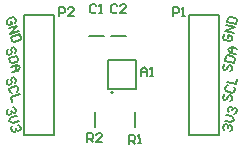
<source format=gto>
G04*
G04 #@! TF.GenerationSoftware,Altium Limited,Altium Designer,19.1.5 (86)*
G04*
G04 Layer_Color=65535*
%FSLAX25Y25*%
%MOIN*%
G70*
G01*
G75*
%ADD10C,0.00787*%
%ADD11C,0.00500*%
D10*
X37244Y19094D02*
G03*
X37244Y19094I-394J0D01*
G01*
X17500Y5000D02*
Y45000D01*
X7500D02*
X17500D01*
X7500Y5000D02*
Y45000D01*
Y5000D02*
X17500D01*
X72500D02*
Y45000D01*
X62500D02*
X72500D01*
X62500Y5000D02*
Y45000D01*
Y5000D02*
X72500D01*
X31154Y7500D02*
Y12500D01*
X29000Y37740D02*
X34000D01*
X36500D02*
X41500D01*
X44346Y7500D02*
Y12500D01*
D11*
X35276Y20197D02*
X44724D01*
X35276D02*
Y29803D01*
X44724D01*
Y20197D02*
Y29803D01*
X57000Y44500D02*
Y47499D01*
X58499D01*
X58999Y46999D01*
Y46000D01*
X58499Y45500D01*
X57000D01*
X59999Y44500D02*
X60999D01*
X60499D01*
Y47499D01*
X59999Y46999D01*
X3914Y14147D02*
X4526Y13793D01*
X4785Y12828D01*
X4431Y12216D01*
X3949Y12086D01*
X3337Y12440D01*
X3207Y12923D01*
X3337Y12440D01*
X2983Y11828D01*
X2500Y11698D01*
X1888Y12052D01*
X1629Y13017D01*
X1983Y13629D01*
X5173Y11379D02*
X3242Y10862D01*
X2535Y9638D01*
X3759Y8931D01*
X5691Y9448D01*
X5466Y8353D02*
X6079Y8000D01*
X6337Y7034D01*
X5984Y6422D01*
X5501Y6293D01*
X4889Y6646D01*
X4760Y7129D01*
X4889Y6646D01*
X4535Y6034D01*
X4053Y5904D01*
X3441Y6258D01*
X3182Y7224D01*
X3535Y7836D01*
X4431Y42216D02*
X4785Y42828D01*
X4526Y43793D01*
X3914Y44147D01*
X1983Y43629D01*
X1629Y43017D01*
X1888Y42052D01*
X2500Y41698D01*
X3466Y41957D01*
X3207Y42922D01*
X2276Y40603D02*
X5173Y41379D01*
X2794Y38672D01*
X5691Y39448D01*
X5949Y38482D02*
X3052Y37706D01*
X3441Y36258D01*
X4053Y35904D01*
X5984Y36422D01*
X6337Y37034D01*
X5949Y38482D01*
X4431Y22216D02*
X4785Y22828D01*
X4526Y23793D01*
X3914Y24147D01*
X3431Y24017D01*
X3078Y23405D01*
X3337Y22440D01*
X2983Y21827D01*
X2500Y21698D01*
X1888Y22052D01*
X1629Y23017D01*
X1983Y23629D01*
X5208Y19319D02*
X5561Y19931D01*
X5302Y20897D01*
X4690Y21250D01*
X2759Y20732D01*
X2406Y20120D01*
X2664Y19155D01*
X3277Y18801D01*
X5949Y18483D02*
X3052Y17706D01*
X3570Y15775D01*
X4431Y32216D02*
X4785Y32828D01*
X4526Y33793D01*
X3914Y34147D01*
X3431Y34018D01*
X3078Y33405D01*
X3337Y32440D01*
X2983Y31828D01*
X2500Y31698D01*
X1888Y32052D01*
X1629Y33017D01*
X1983Y33629D01*
X5173Y31379D02*
X2276Y30603D01*
X2664Y29155D01*
X3277Y28801D01*
X5208Y29319D01*
X5561Y29931D01*
X5173Y31379D01*
X3052Y27706D02*
X4984Y28224D01*
X6208Y27517D01*
X5501Y26293D01*
X3570Y25775D01*
X5018Y26163D01*
X4501Y28094D01*
X74603Y28578D02*
X73991Y28225D01*
X73733Y27259D01*
X74086Y26647D01*
X74569Y26518D01*
X75181Y26871D01*
X75440Y27836D01*
X76052Y28190D01*
X76535Y28061D01*
X76888Y27448D01*
X76629Y26483D01*
X76017Y26129D01*
X74379Y29673D02*
X77276Y28897D01*
X77664Y30345D01*
X77311Y30957D01*
X75380Y31475D01*
X74768Y31122D01*
X74379Y29673D01*
X78052Y31794D02*
X76121Y32311D01*
X75414Y33536D01*
X76639Y34242D01*
X78570Y33725D01*
X77122Y34113D01*
X76604Y32182D01*
X74603Y18578D02*
X73991Y18225D01*
X73733Y17259D01*
X74086Y16647D01*
X74569Y16518D01*
X75181Y16871D01*
X75440Y17837D01*
X76052Y18190D01*
X76535Y18061D01*
X76888Y17448D01*
X76629Y16483D01*
X76017Y16129D01*
X75380Y21475D02*
X74768Y21122D01*
X74509Y20156D01*
X74862Y19544D01*
X76793Y19026D01*
X77406Y19380D01*
X77664Y20345D01*
X77311Y20957D01*
X75156Y22570D02*
X78052Y21794D01*
X78570Y23725D01*
X74603Y38578D02*
X73991Y38225D01*
X73733Y37259D01*
X74086Y36647D01*
X76017Y36129D01*
X76629Y36483D01*
X76888Y37448D01*
X76535Y38061D01*
X75569Y38319D01*
X75310Y37354D01*
X77276Y38897D02*
X74379Y39673D01*
X77794Y40828D01*
X74897Y41604D01*
X75156Y42570D02*
X78052Y41794D01*
X78440Y43242D01*
X78087Y43854D01*
X76156Y44372D01*
X75544Y44018D01*
X75156Y42570D01*
X74086Y6647D02*
X73733Y7259D01*
X73991Y8225D01*
X74603Y8578D01*
X75086Y8449D01*
X75440Y7836D01*
X75310Y7354D01*
X75440Y7836D01*
X76052Y8190D01*
X76535Y8061D01*
X76888Y7448D01*
X76629Y6483D01*
X76017Y6129D01*
X74379Y9673D02*
X76311Y9156D01*
X77535Y9862D01*
X76828Y11087D01*
X74897Y11604D01*
X75638Y12440D02*
X75285Y13053D01*
X75544Y14018D01*
X76156Y14372D01*
X76639Y14242D01*
X76992Y13630D01*
X76863Y13147D01*
X76992Y13630D01*
X77604Y13984D01*
X78087Y13854D01*
X78440Y13242D01*
X78182Y12276D01*
X77570Y11923D01*
X19000Y44500D02*
Y47499D01*
X20500D01*
X20999Y46999D01*
Y46000D01*
X20500Y45500D01*
X19000D01*
X23998Y44500D02*
X21999D01*
X23998Y46499D01*
Y46999D01*
X23499Y47499D01*
X22499D01*
X21999Y46999D01*
X28500Y2500D02*
Y5499D01*
X30000D01*
X30499Y4999D01*
Y3999D01*
X30000Y3500D01*
X28500D01*
X29500D02*
X30499Y2500D01*
X33498D02*
X31499D01*
X33498Y4499D01*
Y4999D01*
X32999Y5499D01*
X31999D01*
X31499Y4999D01*
X42500Y2000D02*
X42406Y4998D01*
X43905Y5044D01*
X44420Y4560D01*
X44451Y3561D01*
X43968Y3046D01*
X42469Y2999D01*
X43468Y3030D02*
X44498Y2062D01*
X45498Y2094D02*
X46497Y2125D01*
X45997Y2109D01*
X45904Y5107D01*
X45419Y4592D01*
X38499Y47999D02*
X37999Y48499D01*
X37000D01*
X36500Y47999D01*
Y46000D01*
X37000Y45500D01*
X37999D01*
X38499Y46000D01*
X41498Y45500D02*
X39499D01*
X41498Y47499D01*
Y47999D01*
X40999Y48499D01*
X39999D01*
X39499Y47999D01*
X31499D02*
X30999Y48499D01*
X30000D01*
X29500Y47999D01*
Y46000D01*
X30000Y45500D01*
X30999D01*
X31499Y46000D01*
X32499Y45500D02*
X33499D01*
X32999D01*
Y48499D01*
X32499Y47999D01*
X46500Y24500D02*
Y26499D01*
X47500Y27499D01*
X48499Y26499D01*
Y24500D01*
Y26000D01*
X46500D01*
X49499Y24500D02*
X50499D01*
X49999D01*
Y27499D01*
X49499Y26999D01*
M02*

</source>
